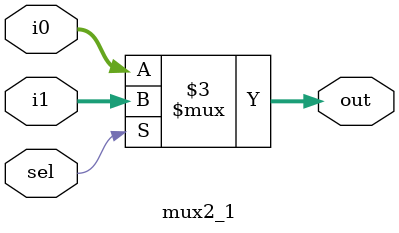
<source format=sv>
`timescale 1ns/1ps

/* verilator lint_off MULTITOP */
module mux2_1(out, i0, i1, sel);
    output logic [31:0] out;
    input  logic [31:0] i0, i1;
    input logic sel;
    always_comb begin
        if (sel) out = i1;
        else out = i0;
    end
endmodule
/* verilator lint_on MULTITOP */
</source>
